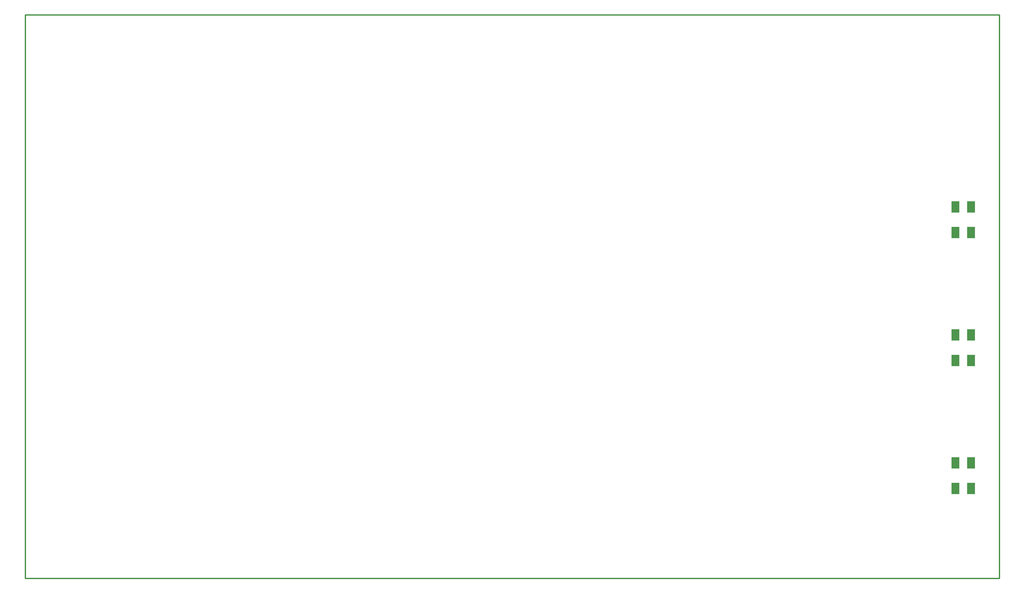
<source format=gbp>
G04*
G04 #@! TF.GenerationSoftware,Altium Limited,Altium Designer,18.1.11 (251)*
G04*
G04 Layer_Color=128*
%FSLAX25Y25*%
%MOIN*%
G70*
G01*
G75*
%ADD12C,0.01000*%
%ADD101R,0.05906X0.08661*%
D12*
X0Y0D02*
X748032D01*
X0D02*
Y433071D01*
X748032D01*
X748032Y0D01*
D101*
X726575Y167323D02*
D03*
X714370Y167324D02*
D03*
X726575Y88583D02*
D03*
X714370Y88583D02*
D03*
X726575Y68898D02*
D03*
X714370Y68898D02*
D03*
X726575Y187008D02*
D03*
X714370Y187009D02*
D03*
X726575Y265748D02*
D03*
X714370Y265749D02*
D03*
X726573Y285433D02*
D03*
X714369Y285434D02*
D03*
M02*

</source>
